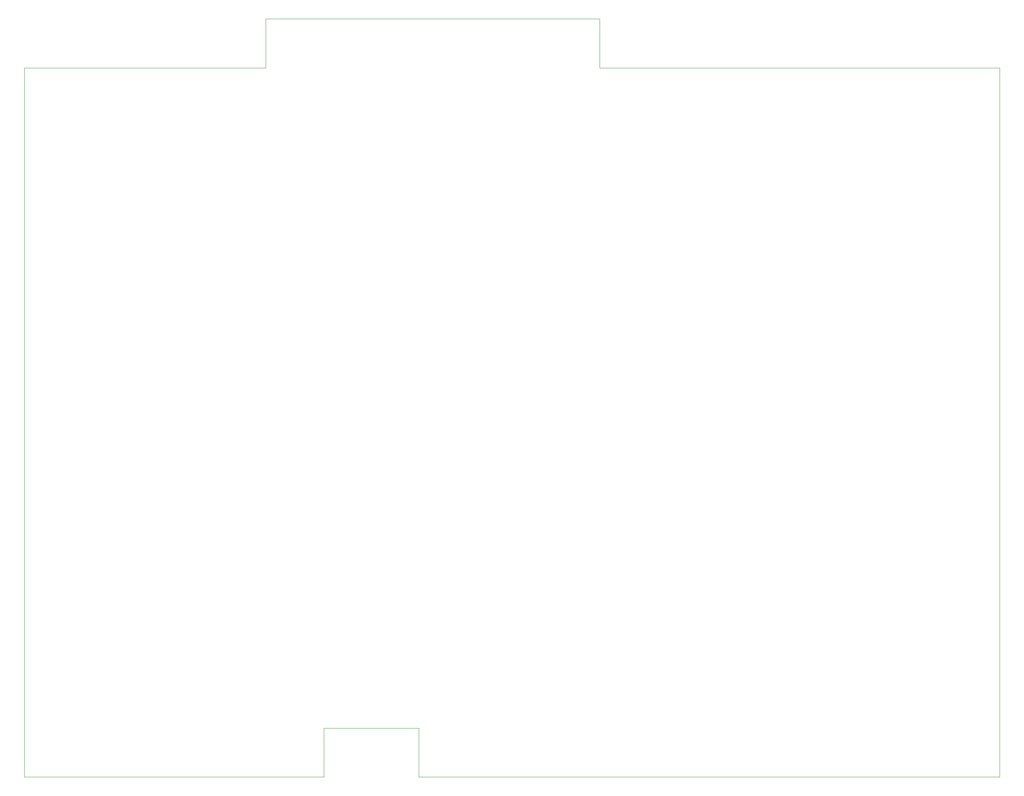
<source format=gbr>
%TF.GenerationSoftware,KiCad,Pcbnew,(5.1.10-1-10_14)*%
%TF.CreationDate,2021-06-22T16:32:21+10:00*%
%TF.ProjectId,256 word memory,32353620-776f-4726-9420-6d656d6f7279,rev?*%
%TF.SameCoordinates,Original*%
%TF.FileFunction,Profile,NP*%
%FSLAX46Y46*%
G04 Gerber Fmt 4.6, Leading zero omitted, Abs format (unit mm)*
G04 Created by KiCad (PCBNEW (5.1.10-1-10_14)) date 2021-06-22 16:32:21*
%MOMM*%
%LPD*%
G01*
G04 APERTURE LIST*
%TA.AperFunction,Profile*%
%ADD10C,0.050000*%
%TD*%
G04 APERTURE END LIST*
D10*
X73900000Y-20000000D02*
X73900000Y-19900000D01*
X20000000Y-20000000D02*
X73900000Y-20000000D01*
X73900000Y-8900000D02*
X73900000Y-19900000D01*
X149300000Y-8900000D02*
X73900000Y-8900000D01*
X149300000Y-20000000D02*
X149300000Y-8900000D01*
X239500000Y-20000000D02*
X149300000Y-20000000D01*
X239500000Y-180000000D02*
X108500000Y-180000000D01*
X239500000Y-180000000D02*
X239500000Y-20000000D01*
X19500000Y-20000000D02*
X20000000Y-20000000D01*
X19500000Y-180000000D02*
X19500000Y-20000000D01*
X20000000Y-180000000D02*
X19500000Y-180000000D01*
X108500000Y-169000000D02*
X108500000Y-180000000D01*
X87000000Y-169000000D02*
X108500000Y-169000000D01*
X87000000Y-180000000D02*
X87000000Y-169000000D01*
X20000000Y-180000000D02*
X87000000Y-180000000D01*
M02*

</source>
